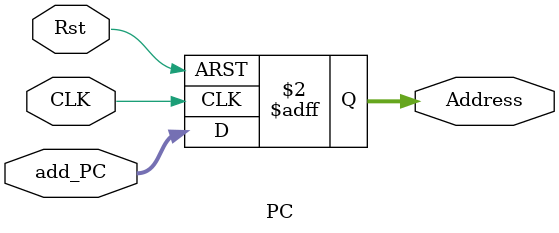
<source format=v>
`timescale 1ns / 1ps


module PC(
    input CLK, Rst, 
    input [31:0] add_PC,
    output reg [31:0] Address);  

    always @(posedge CLK, posedge Rst)  
    begin  
        if (Rst)
            Address <= 32'b0;  
        else
            Address <= add_PC;  // Ìø×ªµ½ÏÂÒ»Ö¸Áî
    end  
endmodule

</source>
